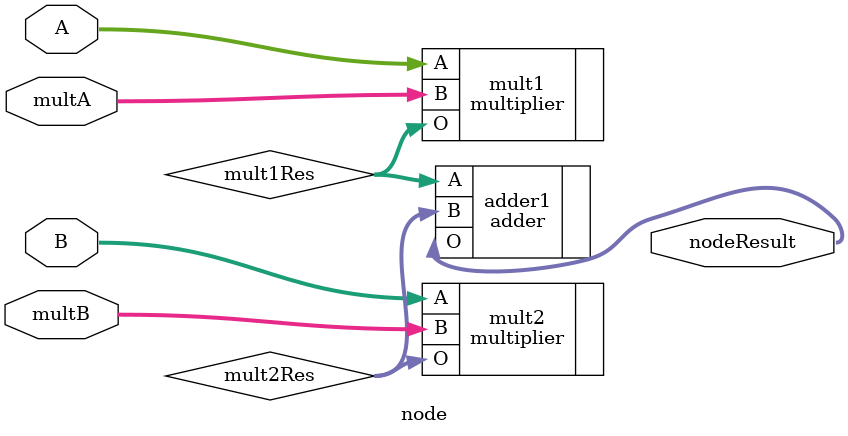
<source format=v>
`include "multiplier.v"
`include "adder.v"

module node(A, B, multA, multB, nodeResult);
    input  [9: 0] A, B;               // our inputs x and y
    input  [9: 0] multA, multB;       // multipliers supposed to be multiplied with A and B
    output [9: 0] nodeResult;         // final output of Node
    wire   [9: 0] mult1Res, mult2Res; // intermediate wires
    
    multiplier mult1(.A(A), .B(multA), .O(mult1Res));
    multiplier mult2(.A(B), .B(multB), .O(mult2Res));
    adder adder1(.A(mult1Res), .B(mult2Res), .O(nodeResult));

endmodule
</source>
